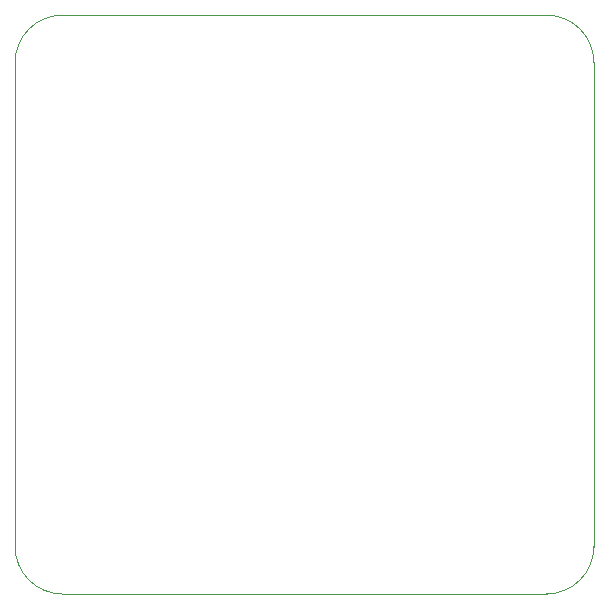
<source format=gko>
%TF.GenerationSoftware,KiCad,Pcbnew,(5.1.10)-1*%
%TF.CreationDate,2021-09-22T18:06:51-04:00*%
%TF.ProjectId,RF-Amp,52462d41-6d70-42e6-9b69-6361645f7063,rev?*%
%TF.SameCoordinates,Original*%
%TF.FileFunction,Profile,NP*%
%FSLAX46Y46*%
G04 Gerber Fmt 4.6, Leading zero omitted, Abs format (unit mm)*
G04 Created by KiCad (PCBNEW (5.1.10)-1) date 2021-09-22 18:06:51*
%MOMM*%
%LPD*%
G01*
G04 APERTURE LIST*
%TA.AperFunction,Profile*%
%ADD10C,0.100000*%
%TD*%
G04 APERTURE END LIST*
D10*
X66040000Y-80560000D02*
X66040000Y-39560000D01*
X111040000Y-84560000D02*
X70040000Y-84560000D01*
X115040000Y-39560000D02*
X115040000Y-80560000D01*
X70040000Y-35560000D02*
X111040000Y-35560000D01*
X66040000Y-80560000D02*
G75*
G03*
X70040000Y-84560000I4000000J0D01*
G01*
X111040000Y-84560000D02*
G75*
G03*
X115040000Y-80560000I0J4000000D01*
G01*
X115040000Y-39560000D02*
G75*
G03*
X111040000Y-35560000I-4000000J0D01*
G01*
X70040000Y-35560000D02*
G75*
G03*
X66040000Y-39560000I0J-4000000D01*
G01*
M02*

</source>
